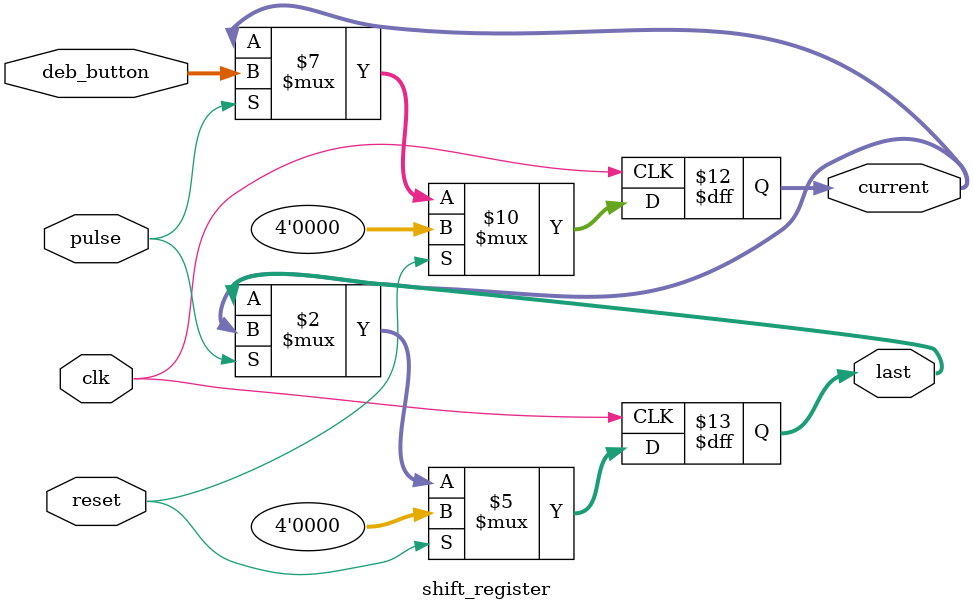
<source format=sv>


module shift_register(input logic clk, reset, pulse, 
                      input logic [3:0] deb_button,
                      output logic [3:0] current, last
);

always_ff @(posedge clk) begin
    if (reset) begin current <= 4'h0; last <= 4'h0; end
    else if (pulse) begin
        last <= current;
        current <= deb_button;
    end
end



endmodule
</source>
